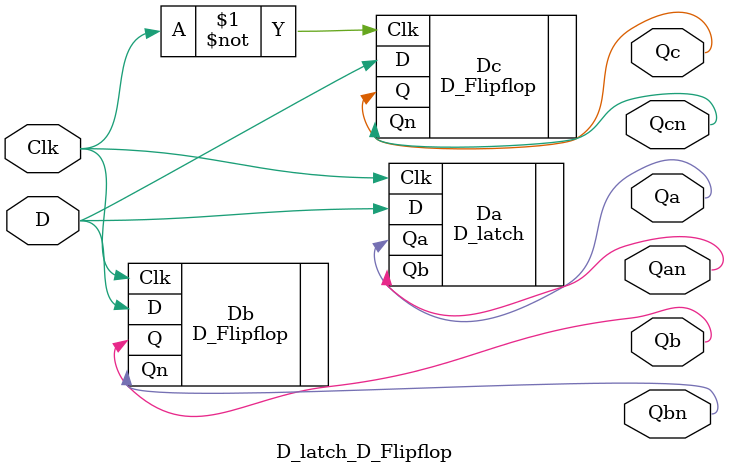
<source format=v>
module D_latch_D_Flipflop (Qa,
									Qan,
									Qb,
									Qbn,
									Qc,
									Qcn,
									D,
									Clk
									);
									
	output Qa;
	output Qan;
	output Qb;
	output Qbn;
	output Qc;
	output Qcn;
	
	input D;
	input Clk;
	
	D_latch Da(.Qa(Qa), .Qb(Qan), .D(D), .Clk(Clk));
	D_Flipflop Db(.Q(Qb), .Qn(Qbn), .D(D), .Clk(Clk));
	D_Flipflop Dc(.Q(Qc), .Qn(Qcn), .D(D), .Clk(~Clk));

endmodule 
</source>
